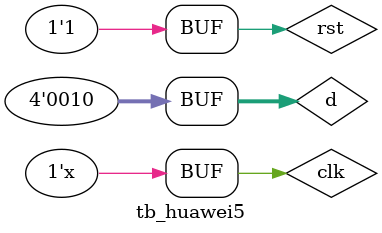
<source format=v>
module tb_huawei5;

reg clk, rst;
reg [3:0] d;    
wire valid_in, dout;



initial begin
    clk = 0;
    rst = 0;
    d = 0;
    #2 rst = 1;

    #7 d = 0;
    #5 d =  1;
    #5 d =  3;
    #5 d =  2;
    
end    

always #1 clk = ~clk;   

    
huawei5 aa(
        .clk(clk),
        .rst(rst),
        .d(d),
        .valid_in(valid_in),
        .dout(dout)
);  


endmodule

// vsim .\tb_huawei5.v -voptargs=+acc 
</source>
